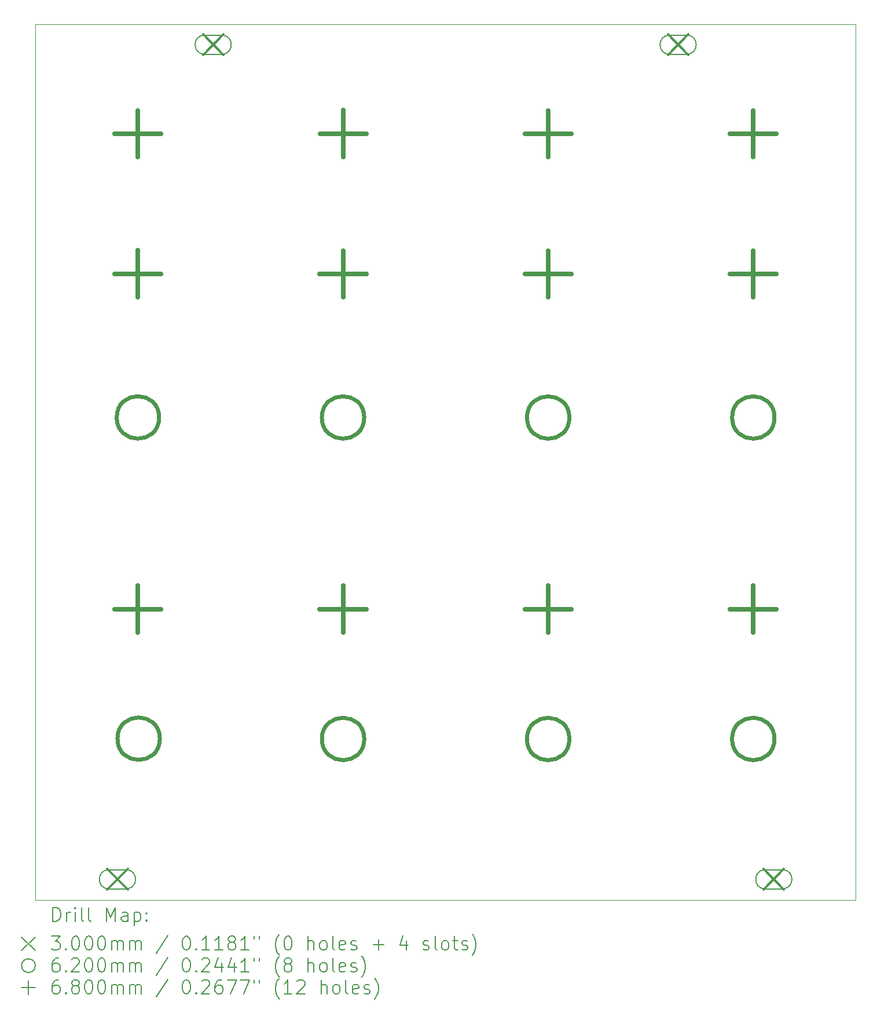
<source format=gbr>
%FSLAX45Y45*%
G04 Gerber Fmt 4.5, Leading zero omitted, Abs format (unit mm)*
G04 Created by KiCad (PCBNEW (6.0.0)) date 2022-07-07 20:20:38*
%MOMM*%
%LPD*%
G01*
G04 APERTURE LIST*
%TA.AperFunction,Profile*%
%ADD10C,0.050000*%
%TD*%
%ADD11C,0.200000*%
%ADD12C,0.300000*%
%ADD13C,0.620000*%
%ADD14C,0.680000*%
G04 APERTURE END LIST*
D10*
X4000000Y-4350000D02*
X16000000Y-4350000D01*
X16000000Y-17150000D02*
X4000000Y-17150000D01*
X16000000Y-4350000D02*
X16000000Y-17150000D01*
X4000000Y-4350000D02*
X4000000Y-17150000D01*
D11*
D12*
X5050000Y-16700000D02*
X5350000Y-17000000D01*
X5350000Y-16700000D02*
X5050000Y-17000000D01*
D11*
X5075000Y-16990000D02*
X5325000Y-16990000D01*
X5075000Y-16710000D02*
X5325000Y-16710000D01*
X5325000Y-16990000D02*
G75*
G03*
X5325000Y-16710000I0J140000D01*
G01*
X5075000Y-16710000D02*
G75*
G03*
X5075000Y-16990000I0J-140000D01*
G01*
D12*
X6450000Y-4500000D02*
X6750000Y-4800000D01*
X6750000Y-4500000D02*
X6450000Y-4800000D01*
D11*
X6475000Y-4790000D02*
X6725000Y-4790000D01*
X6475000Y-4510000D02*
X6725000Y-4510000D01*
X6725000Y-4790000D02*
G75*
G03*
X6725000Y-4510000I0J140000D01*
G01*
X6475000Y-4510000D02*
G75*
G03*
X6475000Y-4790000I0J-140000D01*
G01*
D12*
X13250000Y-4500000D02*
X13550000Y-4800000D01*
X13550000Y-4500000D02*
X13250000Y-4800000D01*
D11*
X13275000Y-4790000D02*
X13525000Y-4790000D01*
X13275000Y-4510000D02*
X13525000Y-4510000D01*
X13525000Y-4790000D02*
G75*
G03*
X13525000Y-4510000I0J140000D01*
G01*
X13275000Y-4510000D02*
G75*
G03*
X13275000Y-4790000I0J-140000D01*
G01*
D12*
X14650000Y-16700000D02*
X14950000Y-17000000D01*
X14950000Y-16700000D02*
X14650000Y-17000000D01*
D11*
X14675000Y-16990000D02*
X14925000Y-16990000D01*
X14675000Y-16710000D02*
X14925000Y-16710000D01*
X14925000Y-16990000D02*
G75*
G03*
X14925000Y-16710000I0J140000D01*
G01*
X14675000Y-16710000D02*
G75*
G03*
X14675000Y-16990000I0J-140000D01*
G01*
D13*
X5809159Y-10098890D02*
G75*
G03*
X5809159Y-10098890I-310000J0D01*
G01*
X5820000Y-14795000D02*
G75*
G03*
X5820000Y-14795000I-310000J0D01*
G01*
X8808923Y-10099293D02*
G75*
G03*
X8808923Y-10099293I-310000J0D01*
G01*
X8810000Y-14799159D02*
G75*
G03*
X8810000Y-14799159I-310000J0D01*
G01*
X11809764Y-14799764D02*
G75*
G03*
X11809764Y-14799764I-310000J0D01*
G01*
X11810000Y-10100000D02*
G75*
G03*
X11810000Y-10100000I-310000J0D01*
G01*
X14809259Y-14799159D02*
G75*
G03*
X14809259Y-14799159I-310000J0D01*
G01*
X14810000Y-10100000D02*
G75*
G03*
X14810000Y-10100000I-310000J0D01*
G01*
D14*
X5497846Y-7657241D02*
X5497846Y-8337241D01*
X5157846Y-7997241D02*
X5837846Y-7997241D01*
X5498452Y-5609831D02*
X5498452Y-6289831D01*
X5158452Y-5949831D02*
X5838452Y-5949831D01*
X5500000Y-12560000D02*
X5500000Y-13240000D01*
X5160000Y-12900000D02*
X5840000Y-12900000D01*
X8499463Y-7659899D02*
X8499463Y-8339899D01*
X8159463Y-7999899D02*
X8839463Y-7999899D01*
X8499507Y-12559630D02*
X8499507Y-13239630D01*
X8159507Y-12899630D02*
X8839507Y-12899630D01*
X8499933Y-5609092D02*
X8499933Y-6289092D01*
X8159933Y-5949092D02*
X8839933Y-5949092D01*
X11499024Y-12559664D02*
X11499024Y-13239664D01*
X11159024Y-12899664D02*
X11839024Y-12899664D01*
X11499261Y-5609865D02*
X11499261Y-6289865D01*
X11159261Y-5949865D02*
X11839261Y-5949865D01*
X11499798Y-7659630D02*
X11499798Y-8339630D01*
X11159798Y-7999630D02*
X11839798Y-7999630D01*
X14498517Y-12559899D02*
X14498517Y-13239899D01*
X14158517Y-12899899D02*
X14838517Y-12899899D01*
X14498654Y-5609798D02*
X14498654Y-6289798D01*
X14158654Y-5949798D02*
X14838654Y-5949798D01*
X14499877Y-7659753D02*
X14499877Y-8339753D01*
X14159877Y-7999753D02*
X14839877Y-7999753D01*
D11*
X4255119Y-17462976D02*
X4255119Y-17262976D01*
X4302738Y-17262976D01*
X4331310Y-17272500D01*
X4350357Y-17291548D01*
X4359881Y-17310595D01*
X4369405Y-17348690D01*
X4369405Y-17377262D01*
X4359881Y-17415357D01*
X4350357Y-17434405D01*
X4331310Y-17453452D01*
X4302738Y-17462976D01*
X4255119Y-17462976D01*
X4455119Y-17462976D02*
X4455119Y-17329643D01*
X4455119Y-17367738D02*
X4464643Y-17348690D01*
X4474167Y-17339167D01*
X4493214Y-17329643D01*
X4512262Y-17329643D01*
X4578929Y-17462976D02*
X4578929Y-17329643D01*
X4578929Y-17262976D02*
X4569405Y-17272500D01*
X4578929Y-17282024D01*
X4588452Y-17272500D01*
X4578929Y-17262976D01*
X4578929Y-17282024D01*
X4702738Y-17462976D02*
X4683690Y-17453452D01*
X4674167Y-17434405D01*
X4674167Y-17262976D01*
X4807500Y-17462976D02*
X4788452Y-17453452D01*
X4778929Y-17434405D01*
X4778929Y-17262976D01*
X5036071Y-17462976D02*
X5036071Y-17262976D01*
X5102738Y-17405833D01*
X5169405Y-17262976D01*
X5169405Y-17462976D01*
X5350357Y-17462976D02*
X5350357Y-17358214D01*
X5340833Y-17339167D01*
X5321786Y-17329643D01*
X5283690Y-17329643D01*
X5264643Y-17339167D01*
X5350357Y-17453452D02*
X5331310Y-17462976D01*
X5283690Y-17462976D01*
X5264643Y-17453452D01*
X5255119Y-17434405D01*
X5255119Y-17415357D01*
X5264643Y-17396310D01*
X5283690Y-17386786D01*
X5331310Y-17386786D01*
X5350357Y-17377262D01*
X5445595Y-17329643D02*
X5445595Y-17529643D01*
X5445595Y-17339167D02*
X5464643Y-17329643D01*
X5502738Y-17329643D01*
X5521786Y-17339167D01*
X5531310Y-17348690D01*
X5540833Y-17367738D01*
X5540833Y-17424881D01*
X5531310Y-17443929D01*
X5521786Y-17453452D01*
X5502738Y-17462976D01*
X5464643Y-17462976D01*
X5445595Y-17453452D01*
X5626548Y-17443929D02*
X5636071Y-17453452D01*
X5626548Y-17462976D01*
X5617024Y-17453452D01*
X5626548Y-17443929D01*
X5626548Y-17462976D01*
X5626548Y-17339167D02*
X5636071Y-17348690D01*
X5626548Y-17358214D01*
X5617024Y-17348690D01*
X5626548Y-17339167D01*
X5626548Y-17358214D01*
X3797500Y-17692500D02*
X3997500Y-17892500D01*
X3997500Y-17692500D02*
X3797500Y-17892500D01*
X4236071Y-17682976D02*
X4359881Y-17682976D01*
X4293214Y-17759167D01*
X4321786Y-17759167D01*
X4340833Y-17768690D01*
X4350357Y-17778214D01*
X4359881Y-17797262D01*
X4359881Y-17844881D01*
X4350357Y-17863929D01*
X4340833Y-17873452D01*
X4321786Y-17882976D01*
X4264643Y-17882976D01*
X4245595Y-17873452D01*
X4236071Y-17863929D01*
X4445595Y-17863929D02*
X4455119Y-17873452D01*
X4445595Y-17882976D01*
X4436071Y-17873452D01*
X4445595Y-17863929D01*
X4445595Y-17882976D01*
X4578929Y-17682976D02*
X4597976Y-17682976D01*
X4617024Y-17692500D01*
X4626548Y-17702024D01*
X4636071Y-17721071D01*
X4645595Y-17759167D01*
X4645595Y-17806786D01*
X4636071Y-17844881D01*
X4626548Y-17863929D01*
X4617024Y-17873452D01*
X4597976Y-17882976D01*
X4578929Y-17882976D01*
X4559881Y-17873452D01*
X4550357Y-17863929D01*
X4540833Y-17844881D01*
X4531310Y-17806786D01*
X4531310Y-17759167D01*
X4540833Y-17721071D01*
X4550357Y-17702024D01*
X4559881Y-17692500D01*
X4578929Y-17682976D01*
X4769405Y-17682976D02*
X4788452Y-17682976D01*
X4807500Y-17692500D01*
X4817024Y-17702024D01*
X4826548Y-17721071D01*
X4836071Y-17759167D01*
X4836071Y-17806786D01*
X4826548Y-17844881D01*
X4817024Y-17863929D01*
X4807500Y-17873452D01*
X4788452Y-17882976D01*
X4769405Y-17882976D01*
X4750357Y-17873452D01*
X4740833Y-17863929D01*
X4731310Y-17844881D01*
X4721786Y-17806786D01*
X4721786Y-17759167D01*
X4731310Y-17721071D01*
X4740833Y-17702024D01*
X4750357Y-17692500D01*
X4769405Y-17682976D01*
X4959881Y-17682976D02*
X4978929Y-17682976D01*
X4997976Y-17692500D01*
X5007500Y-17702024D01*
X5017024Y-17721071D01*
X5026548Y-17759167D01*
X5026548Y-17806786D01*
X5017024Y-17844881D01*
X5007500Y-17863929D01*
X4997976Y-17873452D01*
X4978929Y-17882976D01*
X4959881Y-17882976D01*
X4940833Y-17873452D01*
X4931310Y-17863929D01*
X4921786Y-17844881D01*
X4912262Y-17806786D01*
X4912262Y-17759167D01*
X4921786Y-17721071D01*
X4931310Y-17702024D01*
X4940833Y-17692500D01*
X4959881Y-17682976D01*
X5112262Y-17882976D02*
X5112262Y-17749643D01*
X5112262Y-17768690D02*
X5121786Y-17759167D01*
X5140833Y-17749643D01*
X5169405Y-17749643D01*
X5188452Y-17759167D01*
X5197976Y-17778214D01*
X5197976Y-17882976D01*
X5197976Y-17778214D02*
X5207500Y-17759167D01*
X5226548Y-17749643D01*
X5255119Y-17749643D01*
X5274167Y-17759167D01*
X5283690Y-17778214D01*
X5283690Y-17882976D01*
X5378929Y-17882976D02*
X5378929Y-17749643D01*
X5378929Y-17768690D02*
X5388452Y-17759167D01*
X5407500Y-17749643D01*
X5436071Y-17749643D01*
X5455119Y-17759167D01*
X5464643Y-17778214D01*
X5464643Y-17882976D01*
X5464643Y-17778214D02*
X5474167Y-17759167D01*
X5493214Y-17749643D01*
X5521786Y-17749643D01*
X5540833Y-17759167D01*
X5550357Y-17778214D01*
X5550357Y-17882976D01*
X5940833Y-17673452D02*
X5769405Y-17930595D01*
X6197976Y-17682976D02*
X6217024Y-17682976D01*
X6236071Y-17692500D01*
X6245595Y-17702024D01*
X6255119Y-17721071D01*
X6264643Y-17759167D01*
X6264643Y-17806786D01*
X6255119Y-17844881D01*
X6245595Y-17863929D01*
X6236071Y-17873452D01*
X6217024Y-17882976D01*
X6197976Y-17882976D01*
X6178928Y-17873452D01*
X6169405Y-17863929D01*
X6159881Y-17844881D01*
X6150357Y-17806786D01*
X6150357Y-17759167D01*
X6159881Y-17721071D01*
X6169405Y-17702024D01*
X6178928Y-17692500D01*
X6197976Y-17682976D01*
X6350357Y-17863929D02*
X6359881Y-17873452D01*
X6350357Y-17882976D01*
X6340833Y-17873452D01*
X6350357Y-17863929D01*
X6350357Y-17882976D01*
X6550357Y-17882976D02*
X6436071Y-17882976D01*
X6493214Y-17882976D02*
X6493214Y-17682976D01*
X6474167Y-17711548D01*
X6455119Y-17730595D01*
X6436071Y-17740119D01*
X6740833Y-17882976D02*
X6626548Y-17882976D01*
X6683690Y-17882976D02*
X6683690Y-17682976D01*
X6664643Y-17711548D01*
X6645595Y-17730595D01*
X6626548Y-17740119D01*
X6855119Y-17768690D02*
X6836071Y-17759167D01*
X6826548Y-17749643D01*
X6817024Y-17730595D01*
X6817024Y-17721071D01*
X6826548Y-17702024D01*
X6836071Y-17692500D01*
X6855119Y-17682976D01*
X6893214Y-17682976D01*
X6912262Y-17692500D01*
X6921786Y-17702024D01*
X6931309Y-17721071D01*
X6931309Y-17730595D01*
X6921786Y-17749643D01*
X6912262Y-17759167D01*
X6893214Y-17768690D01*
X6855119Y-17768690D01*
X6836071Y-17778214D01*
X6826548Y-17787738D01*
X6817024Y-17806786D01*
X6817024Y-17844881D01*
X6826548Y-17863929D01*
X6836071Y-17873452D01*
X6855119Y-17882976D01*
X6893214Y-17882976D01*
X6912262Y-17873452D01*
X6921786Y-17863929D01*
X6931309Y-17844881D01*
X6931309Y-17806786D01*
X6921786Y-17787738D01*
X6912262Y-17778214D01*
X6893214Y-17768690D01*
X7121786Y-17882976D02*
X7007500Y-17882976D01*
X7064643Y-17882976D02*
X7064643Y-17682976D01*
X7045595Y-17711548D01*
X7026548Y-17730595D01*
X7007500Y-17740119D01*
X7197976Y-17682976D02*
X7197976Y-17721071D01*
X7274167Y-17682976D02*
X7274167Y-17721071D01*
X7569405Y-17959167D02*
X7559881Y-17949643D01*
X7540833Y-17921071D01*
X7531309Y-17902024D01*
X7521786Y-17873452D01*
X7512262Y-17825833D01*
X7512262Y-17787738D01*
X7521786Y-17740119D01*
X7531309Y-17711548D01*
X7540833Y-17692500D01*
X7559881Y-17663929D01*
X7569405Y-17654405D01*
X7683690Y-17682976D02*
X7702738Y-17682976D01*
X7721786Y-17692500D01*
X7731309Y-17702024D01*
X7740833Y-17721071D01*
X7750357Y-17759167D01*
X7750357Y-17806786D01*
X7740833Y-17844881D01*
X7731309Y-17863929D01*
X7721786Y-17873452D01*
X7702738Y-17882976D01*
X7683690Y-17882976D01*
X7664643Y-17873452D01*
X7655119Y-17863929D01*
X7645595Y-17844881D01*
X7636071Y-17806786D01*
X7636071Y-17759167D01*
X7645595Y-17721071D01*
X7655119Y-17702024D01*
X7664643Y-17692500D01*
X7683690Y-17682976D01*
X7988452Y-17882976D02*
X7988452Y-17682976D01*
X8074167Y-17882976D02*
X8074167Y-17778214D01*
X8064643Y-17759167D01*
X8045595Y-17749643D01*
X8017024Y-17749643D01*
X7997976Y-17759167D01*
X7988452Y-17768690D01*
X8197976Y-17882976D02*
X8178928Y-17873452D01*
X8169405Y-17863929D01*
X8159881Y-17844881D01*
X8159881Y-17787738D01*
X8169405Y-17768690D01*
X8178928Y-17759167D01*
X8197976Y-17749643D01*
X8226548Y-17749643D01*
X8245595Y-17759167D01*
X8255119Y-17768690D01*
X8264643Y-17787738D01*
X8264643Y-17844881D01*
X8255119Y-17863929D01*
X8245595Y-17873452D01*
X8226548Y-17882976D01*
X8197976Y-17882976D01*
X8378928Y-17882976D02*
X8359881Y-17873452D01*
X8350357Y-17854405D01*
X8350357Y-17682976D01*
X8531310Y-17873452D02*
X8512262Y-17882976D01*
X8474167Y-17882976D01*
X8455119Y-17873452D01*
X8445595Y-17854405D01*
X8445595Y-17778214D01*
X8455119Y-17759167D01*
X8474167Y-17749643D01*
X8512262Y-17749643D01*
X8531310Y-17759167D01*
X8540833Y-17778214D01*
X8540833Y-17797262D01*
X8445595Y-17816310D01*
X8617024Y-17873452D02*
X8636071Y-17882976D01*
X8674167Y-17882976D01*
X8693214Y-17873452D01*
X8702738Y-17854405D01*
X8702738Y-17844881D01*
X8693214Y-17825833D01*
X8674167Y-17816310D01*
X8645595Y-17816310D01*
X8626548Y-17806786D01*
X8617024Y-17787738D01*
X8617024Y-17778214D01*
X8626548Y-17759167D01*
X8645595Y-17749643D01*
X8674167Y-17749643D01*
X8693214Y-17759167D01*
X8940833Y-17806786D02*
X9093214Y-17806786D01*
X9017024Y-17882976D02*
X9017024Y-17730595D01*
X9426548Y-17749643D02*
X9426548Y-17882976D01*
X9378929Y-17673452D02*
X9331310Y-17816310D01*
X9455119Y-17816310D01*
X9674167Y-17873452D02*
X9693214Y-17882976D01*
X9731310Y-17882976D01*
X9750357Y-17873452D01*
X9759881Y-17854405D01*
X9759881Y-17844881D01*
X9750357Y-17825833D01*
X9731310Y-17816310D01*
X9702738Y-17816310D01*
X9683690Y-17806786D01*
X9674167Y-17787738D01*
X9674167Y-17778214D01*
X9683690Y-17759167D01*
X9702738Y-17749643D01*
X9731310Y-17749643D01*
X9750357Y-17759167D01*
X9874167Y-17882976D02*
X9855119Y-17873452D01*
X9845595Y-17854405D01*
X9845595Y-17682976D01*
X9978929Y-17882976D02*
X9959881Y-17873452D01*
X9950357Y-17863929D01*
X9940833Y-17844881D01*
X9940833Y-17787738D01*
X9950357Y-17768690D01*
X9959881Y-17759167D01*
X9978929Y-17749643D01*
X10007500Y-17749643D01*
X10026548Y-17759167D01*
X10036071Y-17768690D01*
X10045595Y-17787738D01*
X10045595Y-17844881D01*
X10036071Y-17863929D01*
X10026548Y-17873452D01*
X10007500Y-17882976D01*
X9978929Y-17882976D01*
X10102738Y-17749643D02*
X10178929Y-17749643D01*
X10131310Y-17682976D02*
X10131310Y-17854405D01*
X10140833Y-17873452D01*
X10159881Y-17882976D01*
X10178929Y-17882976D01*
X10236071Y-17873452D02*
X10255119Y-17882976D01*
X10293214Y-17882976D01*
X10312262Y-17873452D01*
X10321786Y-17854405D01*
X10321786Y-17844881D01*
X10312262Y-17825833D01*
X10293214Y-17816310D01*
X10264643Y-17816310D01*
X10245595Y-17806786D01*
X10236071Y-17787738D01*
X10236071Y-17778214D01*
X10245595Y-17759167D01*
X10264643Y-17749643D01*
X10293214Y-17749643D01*
X10312262Y-17759167D01*
X10388452Y-17959167D02*
X10397976Y-17949643D01*
X10417024Y-17921071D01*
X10426548Y-17902024D01*
X10436071Y-17873452D01*
X10445595Y-17825833D01*
X10445595Y-17787738D01*
X10436071Y-17740119D01*
X10426548Y-17711548D01*
X10417024Y-17692500D01*
X10397976Y-17663929D01*
X10388452Y-17654405D01*
X3997500Y-18112500D02*
G75*
G03*
X3997500Y-18112500I-100000J0D01*
G01*
X4340833Y-18002976D02*
X4302738Y-18002976D01*
X4283690Y-18012500D01*
X4274167Y-18022024D01*
X4255119Y-18050595D01*
X4245595Y-18088690D01*
X4245595Y-18164881D01*
X4255119Y-18183929D01*
X4264643Y-18193452D01*
X4283690Y-18202976D01*
X4321786Y-18202976D01*
X4340833Y-18193452D01*
X4350357Y-18183929D01*
X4359881Y-18164881D01*
X4359881Y-18117262D01*
X4350357Y-18098214D01*
X4340833Y-18088690D01*
X4321786Y-18079167D01*
X4283690Y-18079167D01*
X4264643Y-18088690D01*
X4255119Y-18098214D01*
X4245595Y-18117262D01*
X4445595Y-18183929D02*
X4455119Y-18193452D01*
X4445595Y-18202976D01*
X4436071Y-18193452D01*
X4445595Y-18183929D01*
X4445595Y-18202976D01*
X4531310Y-18022024D02*
X4540833Y-18012500D01*
X4559881Y-18002976D01*
X4607500Y-18002976D01*
X4626548Y-18012500D01*
X4636071Y-18022024D01*
X4645595Y-18041071D01*
X4645595Y-18060119D01*
X4636071Y-18088690D01*
X4521786Y-18202976D01*
X4645595Y-18202976D01*
X4769405Y-18002976D02*
X4788452Y-18002976D01*
X4807500Y-18012500D01*
X4817024Y-18022024D01*
X4826548Y-18041071D01*
X4836071Y-18079167D01*
X4836071Y-18126786D01*
X4826548Y-18164881D01*
X4817024Y-18183929D01*
X4807500Y-18193452D01*
X4788452Y-18202976D01*
X4769405Y-18202976D01*
X4750357Y-18193452D01*
X4740833Y-18183929D01*
X4731310Y-18164881D01*
X4721786Y-18126786D01*
X4721786Y-18079167D01*
X4731310Y-18041071D01*
X4740833Y-18022024D01*
X4750357Y-18012500D01*
X4769405Y-18002976D01*
X4959881Y-18002976D02*
X4978929Y-18002976D01*
X4997976Y-18012500D01*
X5007500Y-18022024D01*
X5017024Y-18041071D01*
X5026548Y-18079167D01*
X5026548Y-18126786D01*
X5017024Y-18164881D01*
X5007500Y-18183929D01*
X4997976Y-18193452D01*
X4978929Y-18202976D01*
X4959881Y-18202976D01*
X4940833Y-18193452D01*
X4931310Y-18183929D01*
X4921786Y-18164881D01*
X4912262Y-18126786D01*
X4912262Y-18079167D01*
X4921786Y-18041071D01*
X4931310Y-18022024D01*
X4940833Y-18012500D01*
X4959881Y-18002976D01*
X5112262Y-18202976D02*
X5112262Y-18069643D01*
X5112262Y-18088690D02*
X5121786Y-18079167D01*
X5140833Y-18069643D01*
X5169405Y-18069643D01*
X5188452Y-18079167D01*
X5197976Y-18098214D01*
X5197976Y-18202976D01*
X5197976Y-18098214D02*
X5207500Y-18079167D01*
X5226548Y-18069643D01*
X5255119Y-18069643D01*
X5274167Y-18079167D01*
X5283690Y-18098214D01*
X5283690Y-18202976D01*
X5378929Y-18202976D02*
X5378929Y-18069643D01*
X5378929Y-18088690D02*
X5388452Y-18079167D01*
X5407500Y-18069643D01*
X5436071Y-18069643D01*
X5455119Y-18079167D01*
X5464643Y-18098214D01*
X5464643Y-18202976D01*
X5464643Y-18098214D02*
X5474167Y-18079167D01*
X5493214Y-18069643D01*
X5521786Y-18069643D01*
X5540833Y-18079167D01*
X5550357Y-18098214D01*
X5550357Y-18202976D01*
X5940833Y-17993452D02*
X5769405Y-18250595D01*
X6197976Y-18002976D02*
X6217024Y-18002976D01*
X6236071Y-18012500D01*
X6245595Y-18022024D01*
X6255119Y-18041071D01*
X6264643Y-18079167D01*
X6264643Y-18126786D01*
X6255119Y-18164881D01*
X6245595Y-18183929D01*
X6236071Y-18193452D01*
X6217024Y-18202976D01*
X6197976Y-18202976D01*
X6178928Y-18193452D01*
X6169405Y-18183929D01*
X6159881Y-18164881D01*
X6150357Y-18126786D01*
X6150357Y-18079167D01*
X6159881Y-18041071D01*
X6169405Y-18022024D01*
X6178928Y-18012500D01*
X6197976Y-18002976D01*
X6350357Y-18183929D02*
X6359881Y-18193452D01*
X6350357Y-18202976D01*
X6340833Y-18193452D01*
X6350357Y-18183929D01*
X6350357Y-18202976D01*
X6436071Y-18022024D02*
X6445595Y-18012500D01*
X6464643Y-18002976D01*
X6512262Y-18002976D01*
X6531309Y-18012500D01*
X6540833Y-18022024D01*
X6550357Y-18041071D01*
X6550357Y-18060119D01*
X6540833Y-18088690D01*
X6426548Y-18202976D01*
X6550357Y-18202976D01*
X6721786Y-18069643D02*
X6721786Y-18202976D01*
X6674167Y-17993452D02*
X6626548Y-18136310D01*
X6750357Y-18136310D01*
X6912262Y-18069643D02*
X6912262Y-18202976D01*
X6864643Y-17993452D02*
X6817024Y-18136310D01*
X6940833Y-18136310D01*
X7121786Y-18202976D02*
X7007500Y-18202976D01*
X7064643Y-18202976D02*
X7064643Y-18002976D01*
X7045595Y-18031548D01*
X7026548Y-18050595D01*
X7007500Y-18060119D01*
X7197976Y-18002976D02*
X7197976Y-18041071D01*
X7274167Y-18002976D02*
X7274167Y-18041071D01*
X7569405Y-18279167D02*
X7559881Y-18269643D01*
X7540833Y-18241071D01*
X7531309Y-18222024D01*
X7521786Y-18193452D01*
X7512262Y-18145833D01*
X7512262Y-18107738D01*
X7521786Y-18060119D01*
X7531309Y-18031548D01*
X7540833Y-18012500D01*
X7559881Y-17983929D01*
X7569405Y-17974405D01*
X7674167Y-18088690D02*
X7655119Y-18079167D01*
X7645595Y-18069643D01*
X7636071Y-18050595D01*
X7636071Y-18041071D01*
X7645595Y-18022024D01*
X7655119Y-18012500D01*
X7674167Y-18002976D01*
X7712262Y-18002976D01*
X7731309Y-18012500D01*
X7740833Y-18022024D01*
X7750357Y-18041071D01*
X7750357Y-18050595D01*
X7740833Y-18069643D01*
X7731309Y-18079167D01*
X7712262Y-18088690D01*
X7674167Y-18088690D01*
X7655119Y-18098214D01*
X7645595Y-18107738D01*
X7636071Y-18126786D01*
X7636071Y-18164881D01*
X7645595Y-18183929D01*
X7655119Y-18193452D01*
X7674167Y-18202976D01*
X7712262Y-18202976D01*
X7731309Y-18193452D01*
X7740833Y-18183929D01*
X7750357Y-18164881D01*
X7750357Y-18126786D01*
X7740833Y-18107738D01*
X7731309Y-18098214D01*
X7712262Y-18088690D01*
X7988452Y-18202976D02*
X7988452Y-18002976D01*
X8074167Y-18202976D02*
X8074167Y-18098214D01*
X8064643Y-18079167D01*
X8045595Y-18069643D01*
X8017024Y-18069643D01*
X7997976Y-18079167D01*
X7988452Y-18088690D01*
X8197976Y-18202976D02*
X8178928Y-18193452D01*
X8169405Y-18183929D01*
X8159881Y-18164881D01*
X8159881Y-18107738D01*
X8169405Y-18088690D01*
X8178928Y-18079167D01*
X8197976Y-18069643D01*
X8226548Y-18069643D01*
X8245595Y-18079167D01*
X8255119Y-18088690D01*
X8264643Y-18107738D01*
X8264643Y-18164881D01*
X8255119Y-18183929D01*
X8245595Y-18193452D01*
X8226548Y-18202976D01*
X8197976Y-18202976D01*
X8378928Y-18202976D02*
X8359881Y-18193452D01*
X8350357Y-18174405D01*
X8350357Y-18002976D01*
X8531310Y-18193452D02*
X8512262Y-18202976D01*
X8474167Y-18202976D01*
X8455119Y-18193452D01*
X8445595Y-18174405D01*
X8445595Y-18098214D01*
X8455119Y-18079167D01*
X8474167Y-18069643D01*
X8512262Y-18069643D01*
X8531310Y-18079167D01*
X8540833Y-18098214D01*
X8540833Y-18117262D01*
X8445595Y-18136310D01*
X8617024Y-18193452D02*
X8636071Y-18202976D01*
X8674167Y-18202976D01*
X8693214Y-18193452D01*
X8702738Y-18174405D01*
X8702738Y-18164881D01*
X8693214Y-18145833D01*
X8674167Y-18136310D01*
X8645595Y-18136310D01*
X8626548Y-18126786D01*
X8617024Y-18107738D01*
X8617024Y-18098214D01*
X8626548Y-18079167D01*
X8645595Y-18069643D01*
X8674167Y-18069643D01*
X8693214Y-18079167D01*
X8769405Y-18279167D02*
X8778929Y-18269643D01*
X8797976Y-18241071D01*
X8807500Y-18222024D01*
X8817024Y-18193452D01*
X8826548Y-18145833D01*
X8826548Y-18107738D01*
X8817024Y-18060119D01*
X8807500Y-18031548D01*
X8797976Y-18012500D01*
X8778929Y-17983929D01*
X8769405Y-17974405D01*
X3897500Y-18332500D02*
X3897500Y-18532500D01*
X3797500Y-18432500D02*
X3997500Y-18432500D01*
X4340833Y-18322976D02*
X4302738Y-18322976D01*
X4283690Y-18332500D01*
X4274167Y-18342024D01*
X4255119Y-18370595D01*
X4245595Y-18408690D01*
X4245595Y-18484881D01*
X4255119Y-18503929D01*
X4264643Y-18513452D01*
X4283690Y-18522976D01*
X4321786Y-18522976D01*
X4340833Y-18513452D01*
X4350357Y-18503929D01*
X4359881Y-18484881D01*
X4359881Y-18437262D01*
X4350357Y-18418214D01*
X4340833Y-18408690D01*
X4321786Y-18399167D01*
X4283690Y-18399167D01*
X4264643Y-18408690D01*
X4255119Y-18418214D01*
X4245595Y-18437262D01*
X4445595Y-18503929D02*
X4455119Y-18513452D01*
X4445595Y-18522976D01*
X4436071Y-18513452D01*
X4445595Y-18503929D01*
X4445595Y-18522976D01*
X4569405Y-18408690D02*
X4550357Y-18399167D01*
X4540833Y-18389643D01*
X4531310Y-18370595D01*
X4531310Y-18361071D01*
X4540833Y-18342024D01*
X4550357Y-18332500D01*
X4569405Y-18322976D01*
X4607500Y-18322976D01*
X4626548Y-18332500D01*
X4636071Y-18342024D01*
X4645595Y-18361071D01*
X4645595Y-18370595D01*
X4636071Y-18389643D01*
X4626548Y-18399167D01*
X4607500Y-18408690D01*
X4569405Y-18408690D01*
X4550357Y-18418214D01*
X4540833Y-18427738D01*
X4531310Y-18446786D01*
X4531310Y-18484881D01*
X4540833Y-18503929D01*
X4550357Y-18513452D01*
X4569405Y-18522976D01*
X4607500Y-18522976D01*
X4626548Y-18513452D01*
X4636071Y-18503929D01*
X4645595Y-18484881D01*
X4645595Y-18446786D01*
X4636071Y-18427738D01*
X4626548Y-18418214D01*
X4607500Y-18408690D01*
X4769405Y-18322976D02*
X4788452Y-18322976D01*
X4807500Y-18332500D01*
X4817024Y-18342024D01*
X4826548Y-18361071D01*
X4836071Y-18399167D01*
X4836071Y-18446786D01*
X4826548Y-18484881D01*
X4817024Y-18503929D01*
X4807500Y-18513452D01*
X4788452Y-18522976D01*
X4769405Y-18522976D01*
X4750357Y-18513452D01*
X4740833Y-18503929D01*
X4731310Y-18484881D01*
X4721786Y-18446786D01*
X4721786Y-18399167D01*
X4731310Y-18361071D01*
X4740833Y-18342024D01*
X4750357Y-18332500D01*
X4769405Y-18322976D01*
X4959881Y-18322976D02*
X4978929Y-18322976D01*
X4997976Y-18332500D01*
X5007500Y-18342024D01*
X5017024Y-18361071D01*
X5026548Y-18399167D01*
X5026548Y-18446786D01*
X5017024Y-18484881D01*
X5007500Y-18503929D01*
X4997976Y-18513452D01*
X4978929Y-18522976D01*
X4959881Y-18522976D01*
X4940833Y-18513452D01*
X4931310Y-18503929D01*
X4921786Y-18484881D01*
X4912262Y-18446786D01*
X4912262Y-18399167D01*
X4921786Y-18361071D01*
X4931310Y-18342024D01*
X4940833Y-18332500D01*
X4959881Y-18322976D01*
X5112262Y-18522976D02*
X5112262Y-18389643D01*
X5112262Y-18408690D02*
X5121786Y-18399167D01*
X5140833Y-18389643D01*
X5169405Y-18389643D01*
X5188452Y-18399167D01*
X5197976Y-18418214D01*
X5197976Y-18522976D01*
X5197976Y-18418214D02*
X5207500Y-18399167D01*
X5226548Y-18389643D01*
X5255119Y-18389643D01*
X5274167Y-18399167D01*
X5283690Y-18418214D01*
X5283690Y-18522976D01*
X5378929Y-18522976D02*
X5378929Y-18389643D01*
X5378929Y-18408690D02*
X5388452Y-18399167D01*
X5407500Y-18389643D01*
X5436071Y-18389643D01*
X5455119Y-18399167D01*
X5464643Y-18418214D01*
X5464643Y-18522976D01*
X5464643Y-18418214D02*
X5474167Y-18399167D01*
X5493214Y-18389643D01*
X5521786Y-18389643D01*
X5540833Y-18399167D01*
X5550357Y-18418214D01*
X5550357Y-18522976D01*
X5940833Y-18313452D02*
X5769405Y-18570595D01*
X6197976Y-18322976D02*
X6217024Y-18322976D01*
X6236071Y-18332500D01*
X6245595Y-18342024D01*
X6255119Y-18361071D01*
X6264643Y-18399167D01*
X6264643Y-18446786D01*
X6255119Y-18484881D01*
X6245595Y-18503929D01*
X6236071Y-18513452D01*
X6217024Y-18522976D01*
X6197976Y-18522976D01*
X6178928Y-18513452D01*
X6169405Y-18503929D01*
X6159881Y-18484881D01*
X6150357Y-18446786D01*
X6150357Y-18399167D01*
X6159881Y-18361071D01*
X6169405Y-18342024D01*
X6178928Y-18332500D01*
X6197976Y-18322976D01*
X6350357Y-18503929D02*
X6359881Y-18513452D01*
X6350357Y-18522976D01*
X6340833Y-18513452D01*
X6350357Y-18503929D01*
X6350357Y-18522976D01*
X6436071Y-18342024D02*
X6445595Y-18332500D01*
X6464643Y-18322976D01*
X6512262Y-18322976D01*
X6531309Y-18332500D01*
X6540833Y-18342024D01*
X6550357Y-18361071D01*
X6550357Y-18380119D01*
X6540833Y-18408690D01*
X6426548Y-18522976D01*
X6550357Y-18522976D01*
X6721786Y-18322976D02*
X6683690Y-18322976D01*
X6664643Y-18332500D01*
X6655119Y-18342024D01*
X6636071Y-18370595D01*
X6626548Y-18408690D01*
X6626548Y-18484881D01*
X6636071Y-18503929D01*
X6645595Y-18513452D01*
X6664643Y-18522976D01*
X6702738Y-18522976D01*
X6721786Y-18513452D01*
X6731309Y-18503929D01*
X6740833Y-18484881D01*
X6740833Y-18437262D01*
X6731309Y-18418214D01*
X6721786Y-18408690D01*
X6702738Y-18399167D01*
X6664643Y-18399167D01*
X6645595Y-18408690D01*
X6636071Y-18418214D01*
X6626548Y-18437262D01*
X6807500Y-18322976D02*
X6940833Y-18322976D01*
X6855119Y-18522976D01*
X6997976Y-18322976D02*
X7131309Y-18322976D01*
X7045595Y-18522976D01*
X7197976Y-18322976D02*
X7197976Y-18361071D01*
X7274167Y-18322976D02*
X7274167Y-18361071D01*
X7569405Y-18599167D02*
X7559881Y-18589643D01*
X7540833Y-18561071D01*
X7531309Y-18542024D01*
X7521786Y-18513452D01*
X7512262Y-18465833D01*
X7512262Y-18427738D01*
X7521786Y-18380119D01*
X7531309Y-18351548D01*
X7540833Y-18332500D01*
X7559881Y-18303929D01*
X7569405Y-18294405D01*
X7750357Y-18522976D02*
X7636071Y-18522976D01*
X7693214Y-18522976D02*
X7693214Y-18322976D01*
X7674167Y-18351548D01*
X7655119Y-18370595D01*
X7636071Y-18380119D01*
X7826548Y-18342024D02*
X7836071Y-18332500D01*
X7855119Y-18322976D01*
X7902738Y-18322976D01*
X7921786Y-18332500D01*
X7931309Y-18342024D01*
X7940833Y-18361071D01*
X7940833Y-18380119D01*
X7931309Y-18408690D01*
X7817024Y-18522976D01*
X7940833Y-18522976D01*
X8178928Y-18522976D02*
X8178928Y-18322976D01*
X8264643Y-18522976D02*
X8264643Y-18418214D01*
X8255119Y-18399167D01*
X8236071Y-18389643D01*
X8207500Y-18389643D01*
X8188452Y-18399167D01*
X8178928Y-18408690D01*
X8388452Y-18522976D02*
X8369405Y-18513452D01*
X8359881Y-18503929D01*
X8350357Y-18484881D01*
X8350357Y-18427738D01*
X8359881Y-18408690D01*
X8369405Y-18399167D01*
X8388452Y-18389643D01*
X8417024Y-18389643D01*
X8436071Y-18399167D01*
X8445595Y-18408690D01*
X8455119Y-18427738D01*
X8455119Y-18484881D01*
X8445595Y-18503929D01*
X8436071Y-18513452D01*
X8417024Y-18522976D01*
X8388452Y-18522976D01*
X8569405Y-18522976D02*
X8550357Y-18513452D01*
X8540833Y-18494405D01*
X8540833Y-18322976D01*
X8721786Y-18513452D02*
X8702738Y-18522976D01*
X8664643Y-18522976D01*
X8645595Y-18513452D01*
X8636071Y-18494405D01*
X8636071Y-18418214D01*
X8645595Y-18399167D01*
X8664643Y-18389643D01*
X8702738Y-18389643D01*
X8721786Y-18399167D01*
X8731310Y-18418214D01*
X8731310Y-18437262D01*
X8636071Y-18456310D01*
X8807500Y-18513452D02*
X8826548Y-18522976D01*
X8864643Y-18522976D01*
X8883690Y-18513452D01*
X8893214Y-18494405D01*
X8893214Y-18484881D01*
X8883690Y-18465833D01*
X8864643Y-18456310D01*
X8836071Y-18456310D01*
X8817024Y-18446786D01*
X8807500Y-18427738D01*
X8807500Y-18418214D01*
X8817024Y-18399167D01*
X8836071Y-18389643D01*
X8864643Y-18389643D01*
X8883690Y-18399167D01*
X8959881Y-18599167D02*
X8969405Y-18589643D01*
X8988452Y-18561071D01*
X8997976Y-18542024D01*
X9007500Y-18513452D01*
X9017024Y-18465833D01*
X9017024Y-18427738D01*
X9007500Y-18380119D01*
X8997976Y-18351548D01*
X8988452Y-18332500D01*
X8969405Y-18303929D01*
X8959881Y-18294405D01*
M02*

</source>
